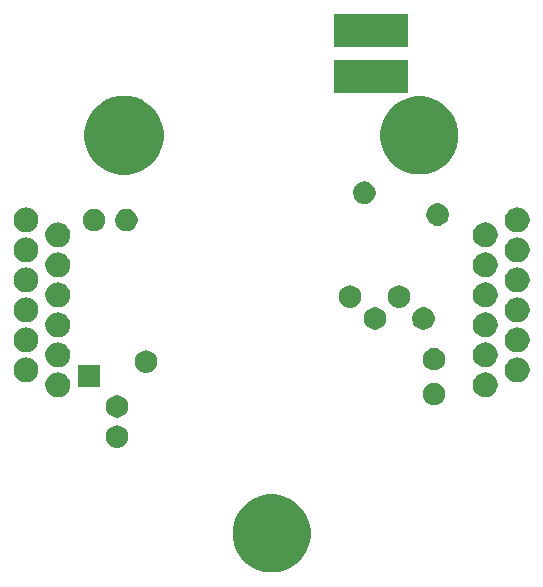
<source format=gbr>
G04 #@! TF.GenerationSoftware,KiCad,Pcbnew,(5.1.0)-1*
G04 #@! TF.CreationDate,2019-06-21T17:50:41-03:00*
G04 #@! TF.ProjectId,PCB_C,5043425f-432e-46b6-9963-61645f706362,rev?*
G04 #@! TF.SameCoordinates,Original*
G04 #@! TF.FileFunction,Soldermask,Bot*
G04 #@! TF.FilePolarity,Negative*
%FSLAX46Y46*%
G04 Gerber Fmt 4.6, Leading zero omitted, Abs format (unit mm)*
G04 Created by KiCad (PCBNEW (5.1.0)-1) date 2019-06-21 17:50:41*
%MOMM*%
%LPD*%
G04 APERTURE LIST*
%ADD10C,0.100000*%
G04 APERTURE END LIST*
D10*
G36*
X10643798Y-26963409D02*
G01*
X10962574Y-27026817D01*
X11563136Y-27275578D01*
X12103627Y-27636723D01*
X12563277Y-28096373D01*
X12924422Y-28636864D01*
X13173183Y-29237426D01*
X13300000Y-29874978D01*
X13300000Y-30525022D01*
X13173183Y-31162574D01*
X12924422Y-31763136D01*
X12563277Y-32303627D01*
X12103627Y-32763277D01*
X11563136Y-33124422D01*
X10962574Y-33373183D01*
X10643798Y-33436591D01*
X10325023Y-33500000D01*
X9674977Y-33500000D01*
X9356202Y-33436591D01*
X9037426Y-33373183D01*
X8436864Y-33124422D01*
X7896373Y-32763277D01*
X7436723Y-32303627D01*
X7075578Y-31763136D01*
X6826817Y-31162574D01*
X6700000Y-30525022D01*
X6700000Y-29874978D01*
X6826817Y-29237426D01*
X7075578Y-28636864D01*
X7436723Y-28096373D01*
X7896373Y-27636723D01*
X8436864Y-27275578D01*
X9037426Y-27026817D01*
X9356202Y-26963409D01*
X9674977Y-26900000D01*
X10325023Y-26900000D01*
X10643798Y-26963409D01*
X10643798Y-26963409D01*
G37*
G36*
X-2914664Y-21068254D02*
G01*
X-2822895Y-21086508D01*
X-2650006Y-21158121D01*
X-2494410Y-21262087D01*
X-2362087Y-21394410D01*
X-2258121Y-21550006D01*
X-2186508Y-21722895D01*
X-2150000Y-21906433D01*
X-2150000Y-22093567D01*
X-2186508Y-22277105D01*
X-2258121Y-22449994D01*
X-2362087Y-22605590D01*
X-2494410Y-22737913D01*
X-2650006Y-22841879D01*
X-2822895Y-22913492D01*
X-2914664Y-22931746D01*
X-3006432Y-22950000D01*
X-3193568Y-22950000D01*
X-3285336Y-22931746D01*
X-3377105Y-22913492D01*
X-3549994Y-22841879D01*
X-3705590Y-22737913D01*
X-3837913Y-22605590D01*
X-3941879Y-22449994D01*
X-4013492Y-22277105D01*
X-4050000Y-22093567D01*
X-4050000Y-21906433D01*
X-4013492Y-21722895D01*
X-3941879Y-21550006D01*
X-3837913Y-21394410D01*
X-3705590Y-21262087D01*
X-3549994Y-21158121D01*
X-3377105Y-21086508D01*
X-3285336Y-21068254D01*
X-3193568Y-21050000D01*
X-3006432Y-21050000D01*
X-2914664Y-21068254D01*
X-2914664Y-21068254D01*
G37*
G36*
X-2914664Y-18518254D02*
G01*
X-2822895Y-18536508D01*
X-2650006Y-18608121D01*
X-2494410Y-18712087D01*
X-2362087Y-18844410D01*
X-2258121Y-19000006D01*
X-2186508Y-19172895D01*
X-2186508Y-19172896D01*
X-2151279Y-19350000D01*
X-2150000Y-19356433D01*
X-2150000Y-19543567D01*
X-2186508Y-19727105D01*
X-2258121Y-19899994D01*
X-2362087Y-20055590D01*
X-2494410Y-20187913D01*
X-2650006Y-20291879D01*
X-2822895Y-20363492D01*
X-2914664Y-20381746D01*
X-3006432Y-20400000D01*
X-3193568Y-20400000D01*
X-3285336Y-20381746D01*
X-3377105Y-20363492D01*
X-3549994Y-20291879D01*
X-3705590Y-20187913D01*
X-3837913Y-20055590D01*
X-3941879Y-19899994D01*
X-4013492Y-19727105D01*
X-4050000Y-19543567D01*
X-4050000Y-19356433D01*
X-4048720Y-19350000D01*
X-4013492Y-19172896D01*
X-4013492Y-19172895D01*
X-3941879Y-19000006D01*
X-3837913Y-18844410D01*
X-3705590Y-18712087D01*
X-3549994Y-18608121D01*
X-3377105Y-18536508D01*
X-3285336Y-18518254D01*
X-3193568Y-18500000D01*
X-3006432Y-18500000D01*
X-2914664Y-18518254D01*
X-2914664Y-18518254D01*
G37*
G36*
X23935336Y-17468254D02*
G01*
X24027105Y-17486508D01*
X24199994Y-17558121D01*
X24355590Y-17662087D01*
X24487913Y-17794410D01*
X24591879Y-17950006D01*
X24661199Y-18117360D01*
X24663492Y-18122896D01*
X24700000Y-18306432D01*
X24700000Y-18493568D01*
X24688676Y-18550498D01*
X24663492Y-18677105D01*
X24591879Y-18849994D01*
X24487913Y-19005590D01*
X24355590Y-19137913D01*
X24199994Y-19241879D01*
X24027105Y-19313492D01*
X23935336Y-19331746D01*
X23843568Y-19350000D01*
X23656432Y-19350000D01*
X23564664Y-19331746D01*
X23472895Y-19313492D01*
X23300006Y-19241879D01*
X23144410Y-19137913D01*
X23012087Y-19005590D01*
X22908121Y-18849994D01*
X22836508Y-18677105D01*
X22811324Y-18550498D01*
X22800000Y-18493568D01*
X22800000Y-18306432D01*
X22836508Y-18122896D01*
X22838801Y-18117360D01*
X22908121Y-17950006D01*
X23012087Y-17794410D01*
X23144410Y-17662087D01*
X23300006Y-17558121D01*
X23472895Y-17486508D01*
X23564664Y-17468254D01*
X23656432Y-17450000D01*
X23843568Y-17450000D01*
X23935336Y-17468254D01*
X23935336Y-17468254D01*
G37*
G36*
X-7971313Y-16575027D02*
G01*
X-7793726Y-16610350D01*
X-7602638Y-16689502D01*
X-7430664Y-16804411D01*
X-7284411Y-16950664D01*
X-7169502Y-17122638D01*
X-7090350Y-17313726D01*
X-7050000Y-17516584D01*
X-7050000Y-17723416D01*
X-7090350Y-17926274D01*
X-7169502Y-18117362D01*
X-7284411Y-18289336D01*
X-7430664Y-18435589D01*
X-7602638Y-18550498D01*
X-7793726Y-18629650D01*
X-7971313Y-18664973D01*
X-7996583Y-18670000D01*
X-8203417Y-18670000D01*
X-8228687Y-18664973D01*
X-8406274Y-18629650D01*
X-8597362Y-18550498D01*
X-8769336Y-18435589D01*
X-8915589Y-18289336D01*
X-9030498Y-18117362D01*
X-9109650Y-17926274D01*
X-9150000Y-17723416D01*
X-9150000Y-17516584D01*
X-9109650Y-17313726D01*
X-9030498Y-17122638D01*
X-8915589Y-16950664D01*
X-8769336Y-16804411D01*
X-8597362Y-16689502D01*
X-8406274Y-16610350D01*
X-8228687Y-16575027D01*
X-8203417Y-16570000D01*
X-7996583Y-16570000D01*
X-7971313Y-16575027D01*
X-7971313Y-16575027D01*
G37*
G36*
X28228687Y-16575027D02*
G01*
X28406274Y-16610350D01*
X28597362Y-16689502D01*
X28769336Y-16804411D01*
X28915589Y-16950664D01*
X29030498Y-17122638D01*
X29109650Y-17313726D01*
X29150000Y-17516584D01*
X29150000Y-17723416D01*
X29109650Y-17926274D01*
X29030498Y-18117362D01*
X28915589Y-18289336D01*
X28769336Y-18435589D01*
X28597362Y-18550498D01*
X28406274Y-18629650D01*
X28228687Y-18664973D01*
X28203417Y-18670000D01*
X27996583Y-18670000D01*
X27971313Y-18664973D01*
X27793726Y-18629650D01*
X27602638Y-18550498D01*
X27430664Y-18435589D01*
X27284411Y-18289336D01*
X27169502Y-18117362D01*
X27090350Y-17926274D01*
X27050000Y-17723416D01*
X27050000Y-17516584D01*
X27090350Y-17313726D01*
X27169502Y-17122638D01*
X27284411Y-16950664D01*
X27430664Y-16804411D01*
X27602638Y-16689502D01*
X27793726Y-16610350D01*
X27971313Y-16575027D01*
X27996583Y-16570000D01*
X28203417Y-16570000D01*
X28228687Y-16575027D01*
X28228687Y-16575027D01*
G37*
G36*
X-4500000Y-17800000D02*
G01*
X-6400000Y-17800000D01*
X-6400000Y-15900000D01*
X-4500000Y-15900000D01*
X-4500000Y-17800000D01*
X-4500000Y-17800000D01*
G37*
G36*
X30928687Y-15305027D02*
G01*
X31106274Y-15340350D01*
X31297362Y-15419502D01*
X31469336Y-15534411D01*
X31615589Y-15680664D01*
X31730498Y-15852638D01*
X31809650Y-16043726D01*
X31850000Y-16246584D01*
X31850000Y-16453416D01*
X31809650Y-16656274D01*
X31730498Y-16847362D01*
X31615589Y-17019336D01*
X31469336Y-17165589D01*
X31297362Y-17280498D01*
X31106274Y-17359650D01*
X30928687Y-17394973D01*
X30903417Y-17400000D01*
X30696583Y-17400000D01*
X30671313Y-17394973D01*
X30493726Y-17359650D01*
X30302638Y-17280498D01*
X30130664Y-17165589D01*
X29984411Y-17019336D01*
X29869502Y-16847362D01*
X29790350Y-16656274D01*
X29750000Y-16453416D01*
X29750000Y-16246584D01*
X29790350Y-16043726D01*
X29869502Y-15852638D01*
X29984411Y-15680664D01*
X30130664Y-15534411D01*
X30302638Y-15419502D01*
X30493726Y-15340350D01*
X30671313Y-15305027D01*
X30696583Y-15300000D01*
X30903417Y-15300000D01*
X30928687Y-15305027D01*
X30928687Y-15305027D01*
G37*
G36*
X-10671313Y-15305027D02*
G01*
X-10493726Y-15340350D01*
X-10302638Y-15419502D01*
X-10130664Y-15534411D01*
X-9984411Y-15680664D01*
X-9869502Y-15852638D01*
X-9790350Y-16043726D01*
X-9750000Y-16246584D01*
X-9750000Y-16453416D01*
X-9790350Y-16656274D01*
X-9869502Y-16847362D01*
X-9984411Y-17019336D01*
X-10130664Y-17165589D01*
X-10302638Y-17280498D01*
X-10493726Y-17359650D01*
X-10671313Y-17394973D01*
X-10696583Y-17400000D01*
X-10903417Y-17400000D01*
X-10928687Y-17394973D01*
X-11106274Y-17359650D01*
X-11297362Y-17280498D01*
X-11469336Y-17165589D01*
X-11615589Y-17019336D01*
X-11730498Y-16847362D01*
X-11809650Y-16656274D01*
X-11850000Y-16453416D01*
X-11850000Y-16246584D01*
X-11809650Y-16043726D01*
X-11730498Y-15852638D01*
X-11615589Y-15680664D01*
X-11469336Y-15534411D01*
X-11297362Y-15419502D01*
X-11106274Y-15340350D01*
X-10928687Y-15305027D01*
X-10903417Y-15300000D01*
X-10696583Y-15300000D01*
X-10671313Y-15305027D01*
X-10671313Y-15305027D01*
G37*
G36*
X-464664Y-14718254D02*
G01*
X-372895Y-14736508D01*
X-200006Y-14808121D01*
X-44410Y-14912087D01*
X87913Y-15044410D01*
X191879Y-15200006D01*
X256673Y-15356433D01*
X263492Y-15372896D01*
X300000Y-15556432D01*
X300000Y-15743568D01*
X281746Y-15835336D01*
X263492Y-15927105D01*
X191879Y-16099994D01*
X87913Y-16255590D01*
X-44410Y-16387913D01*
X-200006Y-16491879D01*
X-372895Y-16563492D01*
X-464664Y-16581746D01*
X-556432Y-16600000D01*
X-743568Y-16600000D01*
X-835336Y-16581746D01*
X-927105Y-16563492D01*
X-1099994Y-16491879D01*
X-1255590Y-16387913D01*
X-1387913Y-16255590D01*
X-1491879Y-16099994D01*
X-1563492Y-15927105D01*
X-1581746Y-15835336D01*
X-1600000Y-15743568D01*
X-1600000Y-15556432D01*
X-1563492Y-15372896D01*
X-1556673Y-15356433D01*
X-1491879Y-15200006D01*
X-1387913Y-15044410D01*
X-1255590Y-14912087D01*
X-1099994Y-14808121D01*
X-927105Y-14736508D01*
X-835336Y-14718254D01*
X-743568Y-14700000D01*
X-556432Y-14700000D01*
X-464664Y-14718254D01*
X-464664Y-14718254D01*
G37*
G36*
X23935336Y-14518254D02*
G01*
X24027105Y-14536508D01*
X24199994Y-14608121D01*
X24355590Y-14712087D01*
X24487913Y-14844410D01*
X24591879Y-15000006D01*
X24663492Y-15172895D01*
X24700000Y-15356433D01*
X24700000Y-15543567D01*
X24663492Y-15727105D01*
X24591879Y-15899994D01*
X24487913Y-16055590D01*
X24355590Y-16187913D01*
X24199994Y-16291879D01*
X24027105Y-16363492D01*
X23935336Y-16381746D01*
X23843568Y-16400000D01*
X23656432Y-16400000D01*
X23564664Y-16381746D01*
X23472895Y-16363492D01*
X23300006Y-16291879D01*
X23144410Y-16187913D01*
X23012087Y-16055590D01*
X22908121Y-15899994D01*
X22836508Y-15727105D01*
X22800000Y-15543567D01*
X22800000Y-15356433D01*
X22836508Y-15172895D01*
X22908121Y-15000006D01*
X23012087Y-14844410D01*
X23144410Y-14712087D01*
X23300006Y-14608121D01*
X23472895Y-14536508D01*
X23564664Y-14518254D01*
X23656432Y-14500000D01*
X23843568Y-14500000D01*
X23935336Y-14518254D01*
X23935336Y-14518254D01*
G37*
G36*
X-7971313Y-14035027D02*
G01*
X-7793726Y-14070350D01*
X-7602638Y-14149502D01*
X-7430664Y-14264411D01*
X-7284411Y-14410664D01*
X-7169502Y-14582638D01*
X-7090350Y-14773726D01*
X-7050000Y-14976584D01*
X-7050000Y-15183416D01*
X-7090350Y-15386274D01*
X-7169502Y-15577362D01*
X-7284411Y-15749336D01*
X-7430664Y-15895589D01*
X-7602638Y-16010498D01*
X-7793726Y-16089650D01*
X-7971313Y-16124973D01*
X-7996583Y-16130000D01*
X-8203417Y-16130000D01*
X-8228687Y-16124973D01*
X-8406274Y-16089650D01*
X-8597362Y-16010498D01*
X-8769336Y-15895589D01*
X-8915589Y-15749336D01*
X-9030498Y-15577362D01*
X-9109650Y-15386274D01*
X-9150000Y-15183416D01*
X-9150000Y-14976584D01*
X-9109650Y-14773726D01*
X-9030498Y-14582638D01*
X-8915589Y-14410664D01*
X-8769336Y-14264411D01*
X-8597362Y-14149502D01*
X-8406274Y-14070350D01*
X-8228687Y-14035027D01*
X-8203417Y-14030000D01*
X-7996583Y-14030000D01*
X-7971313Y-14035027D01*
X-7971313Y-14035027D01*
G37*
G36*
X28228687Y-14035027D02*
G01*
X28406274Y-14070350D01*
X28597362Y-14149502D01*
X28769336Y-14264411D01*
X28915589Y-14410664D01*
X29030498Y-14582638D01*
X29109650Y-14773726D01*
X29150000Y-14976584D01*
X29150000Y-15183416D01*
X29109650Y-15386274D01*
X29030498Y-15577362D01*
X28915589Y-15749336D01*
X28769336Y-15895589D01*
X28597362Y-16010498D01*
X28406274Y-16089650D01*
X28228687Y-16124973D01*
X28203417Y-16130000D01*
X27996583Y-16130000D01*
X27971313Y-16124973D01*
X27793726Y-16089650D01*
X27602638Y-16010498D01*
X27430664Y-15895589D01*
X27284411Y-15749336D01*
X27169502Y-15577362D01*
X27090350Y-15386274D01*
X27050000Y-15183416D01*
X27050000Y-14976584D01*
X27090350Y-14773726D01*
X27169502Y-14582638D01*
X27284411Y-14410664D01*
X27430664Y-14264411D01*
X27602638Y-14149502D01*
X27793726Y-14070350D01*
X27971313Y-14035027D01*
X27996583Y-14030000D01*
X28203417Y-14030000D01*
X28228687Y-14035027D01*
X28228687Y-14035027D01*
G37*
G36*
X30928687Y-12765027D02*
G01*
X31106274Y-12800350D01*
X31297362Y-12879502D01*
X31469336Y-12994411D01*
X31615589Y-13140664D01*
X31730498Y-13312638D01*
X31809650Y-13503726D01*
X31850000Y-13706584D01*
X31850000Y-13913416D01*
X31809650Y-14116274D01*
X31730498Y-14307362D01*
X31615589Y-14479336D01*
X31469336Y-14625589D01*
X31297362Y-14740498D01*
X31106274Y-14819650D01*
X30928687Y-14854973D01*
X30903417Y-14860000D01*
X30696583Y-14860000D01*
X30671313Y-14854973D01*
X30493726Y-14819650D01*
X30302638Y-14740498D01*
X30130664Y-14625589D01*
X29984411Y-14479336D01*
X29869502Y-14307362D01*
X29790350Y-14116274D01*
X29750000Y-13913416D01*
X29750000Y-13706584D01*
X29790350Y-13503726D01*
X29869502Y-13312638D01*
X29984411Y-13140664D01*
X30130664Y-12994411D01*
X30302638Y-12879502D01*
X30493726Y-12800350D01*
X30671313Y-12765027D01*
X30696583Y-12760000D01*
X30903417Y-12760000D01*
X30928687Y-12765027D01*
X30928687Y-12765027D01*
G37*
G36*
X-10671313Y-12765027D02*
G01*
X-10493726Y-12800350D01*
X-10302638Y-12879502D01*
X-10130664Y-12994411D01*
X-9984411Y-13140664D01*
X-9869502Y-13312638D01*
X-9790350Y-13503726D01*
X-9750000Y-13706584D01*
X-9750000Y-13913416D01*
X-9790350Y-14116274D01*
X-9869502Y-14307362D01*
X-9984411Y-14479336D01*
X-10130664Y-14625589D01*
X-10302638Y-14740498D01*
X-10493726Y-14819650D01*
X-10671313Y-14854973D01*
X-10696583Y-14860000D01*
X-10903417Y-14860000D01*
X-10928687Y-14854973D01*
X-11106274Y-14819650D01*
X-11297362Y-14740498D01*
X-11469336Y-14625589D01*
X-11615589Y-14479336D01*
X-11730498Y-14307362D01*
X-11809650Y-14116274D01*
X-11850000Y-13913416D01*
X-11850000Y-13706584D01*
X-11809650Y-13503726D01*
X-11730498Y-13312638D01*
X-11615589Y-13140664D01*
X-11469336Y-12994411D01*
X-11297362Y-12879502D01*
X-11106274Y-12800350D01*
X-10928687Y-12765027D01*
X-10903417Y-12760000D01*
X-10696583Y-12760000D01*
X-10671313Y-12765027D01*
X-10671313Y-12765027D01*
G37*
G36*
X28228687Y-11495027D02*
G01*
X28406274Y-11530350D01*
X28597362Y-11609502D01*
X28769336Y-11724411D01*
X28915589Y-11870664D01*
X29030498Y-12042638D01*
X29109650Y-12233726D01*
X29150000Y-12436584D01*
X29150000Y-12643416D01*
X29109650Y-12846274D01*
X29030498Y-13037362D01*
X28915589Y-13209336D01*
X28769336Y-13355589D01*
X28597362Y-13470498D01*
X28406274Y-13549650D01*
X28228687Y-13584973D01*
X28203417Y-13590000D01*
X27996583Y-13590000D01*
X27971313Y-13584973D01*
X27793726Y-13549650D01*
X27602638Y-13470498D01*
X27430664Y-13355589D01*
X27284411Y-13209336D01*
X27169502Y-13037362D01*
X27090350Y-12846274D01*
X27050000Y-12643416D01*
X27050000Y-12436584D01*
X27090350Y-12233726D01*
X27169502Y-12042638D01*
X27284411Y-11870664D01*
X27430664Y-11724411D01*
X27602638Y-11609502D01*
X27793726Y-11530350D01*
X27971313Y-11495027D01*
X27996583Y-11490000D01*
X28203417Y-11490000D01*
X28228687Y-11495027D01*
X28228687Y-11495027D01*
G37*
G36*
X-7971313Y-11495027D02*
G01*
X-7793726Y-11530350D01*
X-7602638Y-11609502D01*
X-7430664Y-11724411D01*
X-7284411Y-11870664D01*
X-7169502Y-12042638D01*
X-7090350Y-12233726D01*
X-7050000Y-12436584D01*
X-7050000Y-12643416D01*
X-7090350Y-12846274D01*
X-7169502Y-13037362D01*
X-7284411Y-13209336D01*
X-7430664Y-13355589D01*
X-7602638Y-13470498D01*
X-7793726Y-13549650D01*
X-7971313Y-13584973D01*
X-7996583Y-13590000D01*
X-8203417Y-13590000D01*
X-8228687Y-13584973D01*
X-8406274Y-13549650D01*
X-8597362Y-13470498D01*
X-8769336Y-13355589D01*
X-8915589Y-13209336D01*
X-9030498Y-13037362D01*
X-9109650Y-12846274D01*
X-9150000Y-12643416D01*
X-9150000Y-12436584D01*
X-9109650Y-12233726D01*
X-9030498Y-12042638D01*
X-8915589Y-11870664D01*
X-8769336Y-11724411D01*
X-8597362Y-11609502D01*
X-8406274Y-11530350D01*
X-8228687Y-11495027D01*
X-8203417Y-11490000D01*
X-7996583Y-11490000D01*
X-7971313Y-11495027D01*
X-7971313Y-11495027D01*
G37*
G36*
X18911396Y-11063492D02*
G01*
X19027105Y-11086508D01*
X19199994Y-11158121D01*
X19355590Y-11262087D01*
X19487913Y-11394410D01*
X19591879Y-11550006D01*
X19663492Y-11722895D01*
X19700000Y-11906433D01*
X19700000Y-12093567D01*
X19663492Y-12277105D01*
X19591879Y-12449994D01*
X19487913Y-12605590D01*
X19355590Y-12737913D01*
X19199994Y-12841879D01*
X19027105Y-12913492D01*
X18935336Y-12931746D01*
X18843568Y-12950000D01*
X18656432Y-12950000D01*
X18564664Y-12931746D01*
X18472895Y-12913492D01*
X18300006Y-12841879D01*
X18144410Y-12737913D01*
X18012087Y-12605590D01*
X17908121Y-12449994D01*
X17836508Y-12277105D01*
X17800000Y-12093567D01*
X17800000Y-11906433D01*
X17836508Y-11722895D01*
X17908121Y-11550006D01*
X18012087Y-11394410D01*
X18144410Y-11262087D01*
X18300006Y-11158121D01*
X18472895Y-11086508D01*
X18588604Y-11063492D01*
X18656432Y-11050000D01*
X18843568Y-11050000D01*
X18911396Y-11063492D01*
X18911396Y-11063492D01*
G37*
G36*
X23011396Y-11063492D02*
G01*
X23127105Y-11086508D01*
X23299994Y-11158121D01*
X23455590Y-11262087D01*
X23587913Y-11394410D01*
X23691879Y-11550006D01*
X23763492Y-11722895D01*
X23800000Y-11906433D01*
X23800000Y-12093567D01*
X23763492Y-12277105D01*
X23691879Y-12449994D01*
X23587913Y-12605590D01*
X23455590Y-12737913D01*
X23299994Y-12841879D01*
X23127105Y-12913492D01*
X23035336Y-12931746D01*
X22943568Y-12950000D01*
X22756432Y-12950000D01*
X22664664Y-12931746D01*
X22572895Y-12913492D01*
X22400006Y-12841879D01*
X22244410Y-12737913D01*
X22112087Y-12605590D01*
X22008121Y-12449994D01*
X21936508Y-12277105D01*
X21900000Y-12093567D01*
X21900000Y-11906433D01*
X21936508Y-11722895D01*
X22008121Y-11550006D01*
X22112087Y-11394410D01*
X22244410Y-11262087D01*
X22400006Y-11158121D01*
X22572895Y-11086508D01*
X22688604Y-11063492D01*
X22756432Y-11050000D01*
X22943568Y-11050000D01*
X23011396Y-11063492D01*
X23011396Y-11063492D01*
G37*
G36*
X-10671313Y-10225027D02*
G01*
X-10493726Y-10260350D01*
X-10302638Y-10339502D01*
X-10130664Y-10454411D01*
X-9984411Y-10600664D01*
X-9869502Y-10772638D01*
X-9790350Y-10963726D01*
X-9750000Y-11166584D01*
X-9750000Y-11373416D01*
X-9790350Y-11576274D01*
X-9869502Y-11767362D01*
X-9984411Y-11939336D01*
X-10130664Y-12085589D01*
X-10302638Y-12200498D01*
X-10493726Y-12279650D01*
X-10671313Y-12314973D01*
X-10696583Y-12320000D01*
X-10903417Y-12320000D01*
X-10928687Y-12314973D01*
X-11106274Y-12279650D01*
X-11297362Y-12200498D01*
X-11469336Y-12085589D01*
X-11615589Y-11939336D01*
X-11730498Y-11767362D01*
X-11809650Y-11576274D01*
X-11850000Y-11373416D01*
X-11850000Y-11166584D01*
X-11809650Y-10963726D01*
X-11730498Y-10772638D01*
X-11615589Y-10600664D01*
X-11469336Y-10454411D01*
X-11297362Y-10339502D01*
X-11106274Y-10260350D01*
X-10928687Y-10225027D01*
X-10903417Y-10220000D01*
X-10696583Y-10220000D01*
X-10671313Y-10225027D01*
X-10671313Y-10225027D01*
G37*
G36*
X30928687Y-10225027D02*
G01*
X31106274Y-10260350D01*
X31297362Y-10339502D01*
X31469336Y-10454411D01*
X31615589Y-10600664D01*
X31730498Y-10772638D01*
X31809650Y-10963726D01*
X31850000Y-11166584D01*
X31850000Y-11373416D01*
X31809650Y-11576274D01*
X31730498Y-11767362D01*
X31615589Y-11939336D01*
X31469336Y-12085589D01*
X31297362Y-12200498D01*
X31106274Y-12279650D01*
X30928687Y-12314973D01*
X30903417Y-12320000D01*
X30696583Y-12320000D01*
X30671313Y-12314973D01*
X30493726Y-12279650D01*
X30302638Y-12200498D01*
X30130664Y-12085589D01*
X29984411Y-11939336D01*
X29869502Y-11767362D01*
X29790350Y-11576274D01*
X29750000Y-11373416D01*
X29750000Y-11166584D01*
X29790350Y-10963726D01*
X29869502Y-10772638D01*
X29984411Y-10600664D01*
X30130664Y-10454411D01*
X30302638Y-10339502D01*
X30493726Y-10260350D01*
X30671313Y-10225027D01*
X30696583Y-10220000D01*
X30903417Y-10220000D01*
X30928687Y-10225027D01*
X30928687Y-10225027D01*
G37*
G36*
X16835336Y-9218254D02*
G01*
X16927105Y-9236508D01*
X17099994Y-9308121D01*
X17255590Y-9412087D01*
X17387913Y-9544410D01*
X17491879Y-9700006D01*
X17563492Y-9872895D01*
X17563492Y-9872896D01*
X17600000Y-10056432D01*
X17600000Y-10243568D01*
X17587527Y-10306272D01*
X17563492Y-10427105D01*
X17491879Y-10599994D01*
X17387913Y-10755590D01*
X17255590Y-10887913D01*
X17099994Y-10991879D01*
X16927105Y-11063492D01*
X16835336Y-11081746D01*
X16743568Y-11100000D01*
X16556432Y-11100000D01*
X16464664Y-11081746D01*
X16372895Y-11063492D01*
X16200006Y-10991879D01*
X16044410Y-10887913D01*
X15912087Y-10755590D01*
X15808121Y-10599994D01*
X15736508Y-10427105D01*
X15712473Y-10306272D01*
X15700000Y-10243568D01*
X15700000Y-10056432D01*
X15736508Y-9872896D01*
X15736508Y-9872895D01*
X15808121Y-9700006D01*
X15912087Y-9544410D01*
X16044410Y-9412087D01*
X16200006Y-9308121D01*
X16372895Y-9236508D01*
X16464664Y-9218254D01*
X16556432Y-9200000D01*
X16743568Y-9200000D01*
X16835336Y-9218254D01*
X16835336Y-9218254D01*
G37*
G36*
X20985336Y-9218254D02*
G01*
X21077105Y-9236508D01*
X21249994Y-9308121D01*
X21405590Y-9412087D01*
X21537913Y-9544410D01*
X21641879Y-9700006D01*
X21713492Y-9872895D01*
X21713492Y-9872896D01*
X21750000Y-10056432D01*
X21750000Y-10243568D01*
X21737527Y-10306272D01*
X21713492Y-10427105D01*
X21641879Y-10599994D01*
X21537913Y-10755590D01*
X21405590Y-10887913D01*
X21249994Y-10991879D01*
X21077105Y-11063492D01*
X20985336Y-11081746D01*
X20893568Y-11100000D01*
X20706432Y-11100000D01*
X20614664Y-11081746D01*
X20522895Y-11063492D01*
X20350006Y-10991879D01*
X20194410Y-10887913D01*
X20062087Y-10755590D01*
X19958121Y-10599994D01*
X19886508Y-10427105D01*
X19862473Y-10306272D01*
X19850000Y-10243568D01*
X19850000Y-10056432D01*
X19886508Y-9872896D01*
X19886508Y-9872895D01*
X19958121Y-9700006D01*
X20062087Y-9544410D01*
X20194410Y-9412087D01*
X20350006Y-9308121D01*
X20522895Y-9236508D01*
X20614664Y-9218254D01*
X20706432Y-9200000D01*
X20893568Y-9200000D01*
X20985336Y-9218254D01*
X20985336Y-9218254D01*
G37*
G36*
X28228687Y-8955027D02*
G01*
X28406274Y-8990350D01*
X28597362Y-9069502D01*
X28769336Y-9184411D01*
X28915589Y-9330664D01*
X29030498Y-9502638D01*
X29109650Y-9693726D01*
X29150000Y-9896584D01*
X29150000Y-10103416D01*
X29109650Y-10306274D01*
X29030498Y-10497362D01*
X28915589Y-10669336D01*
X28769336Y-10815589D01*
X28597362Y-10930498D01*
X28406274Y-11009650D01*
X28228687Y-11044973D01*
X28203417Y-11050000D01*
X27996583Y-11050000D01*
X27971313Y-11044973D01*
X27793726Y-11009650D01*
X27602638Y-10930498D01*
X27430664Y-10815589D01*
X27284411Y-10669336D01*
X27169502Y-10497362D01*
X27090350Y-10306274D01*
X27050000Y-10103416D01*
X27050000Y-9896584D01*
X27090350Y-9693726D01*
X27169502Y-9502638D01*
X27284411Y-9330664D01*
X27430664Y-9184411D01*
X27602638Y-9069502D01*
X27793726Y-8990350D01*
X27971313Y-8955027D01*
X27996583Y-8950000D01*
X28203417Y-8950000D01*
X28228687Y-8955027D01*
X28228687Y-8955027D01*
G37*
G36*
X-7971313Y-8955027D02*
G01*
X-7793726Y-8990350D01*
X-7602638Y-9069502D01*
X-7430664Y-9184411D01*
X-7284411Y-9330664D01*
X-7169502Y-9502638D01*
X-7090350Y-9693726D01*
X-7050000Y-9896584D01*
X-7050000Y-10103416D01*
X-7090350Y-10306274D01*
X-7169502Y-10497362D01*
X-7284411Y-10669336D01*
X-7430664Y-10815589D01*
X-7602638Y-10930498D01*
X-7793726Y-11009650D01*
X-7971313Y-11044973D01*
X-7996583Y-11050000D01*
X-8203417Y-11050000D01*
X-8228687Y-11044973D01*
X-8406274Y-11009650D01*
X-8597362Y-10930498D01*
X-8769336Y-10815589D01*
X-8915589Y-10669336D01*
X-9030498Y-10497362D01*
X-9109650Y-10306274D01*
X-9150000Y-10103416D01*
X-9150000Y-9896584D01*
X-9109650Y-9693726D01*
X-9030498Y-9502638D01*
X-8915589Y-9330664D01*
X-8769336Y-9184411D01*
X-8597362Y-9069502D01*
X-8406274Y-8990350D01*
X-8228687Y-8955027D01*
X-8203417Y-8950000D01*
X-7996583Y-8950000D01*
X-7971313Y-8955027D01*
X-7971313Y-8955027D01*
G37*
G36*
X30928687Y-7685027D02*
G01*
X31106274Y-7720350D01*
X31297362Y-7799502D01*
X31469336Y-7914411D01*
X31615589Y-8060664D01*
X31730498Y-8232638D01*
X31809650Y-8423726D01*
X31850000Y-8626584D01*
X31850000Y-8833416D01*
X31809650Y-9036274D01*
X31730498Y-9227362D01*
X31615589Y-9399336D01*
X31469336Y-9545589D01*
X31297362Y-9660498D01*
X31106274Y-9739650D01*
X30928687Y-9774973D01*
X30903417Y-9780000D01*
X30696583Y-9780000D01*
X30671313Y-9774973D01*
X30493726Y-9739650D01*
X30302638Y-9660498D01*
X30130664Y-9545589D01*
X29984411Y-9399336D01*
X29869502Y-9227362D01*
X29790350Y-9036274D01*
X29750000Y-8833416D01*
X29750000Y-8626584D01*
X29790350Y-8423726D01*
X29869502Y-8232638D01*
X29984411Y-8060664D01*
X30130664Y-7914411D01*
X30302638Y-7799502D01*
X30493726Y-7720350D01*
X30671313Y-7685027D01*
X30696583Y-7680000D01*
X30903417Y-7680000D01*
X30928687Y-7685027D01*
X30928687Y-7685027D01*
G37*
G36*
X-10671313Y-7685027D02*
G01*
X-10493726Y-7720350D01*
X-10302638Y-7799502D01*
X-10130664Y-7914411D01*
X-9984411Y-8060664D01*
X-9869502Y-8232638D01*
X-9790350Y-8423726D01*
X-9750000Y-8626584D01*
X-9750000Y-8833416D01*
X-9790350Y-9036274D01*
X-9869502Y-9227362D01*
X-9984411Y-9399336D01*
X-10130664Y-9545589D01*
X-10302638Y-9660498D01*
X-10493726Y-9739650D01*
X-10671313Y-9774973D01*
X-10696583Y-9780000D01*
X-10903417Y-9780000D01*
X-10928687Y-9774973D01*
X-11106274Y-9739650D01*
X-11297362Y-9660498D01*
X-11469336Y-9545589D01*
X-11615589Y-9399336D01*
X-11730498Y-9227362D01*
X-11809650Y-9036274D01*
X-11850000Y-8833416D01*
X-11850000Y-8626584D01*
X-11809650Y-8423726D01*
X-11730498Y-8232638D01*
X-11615589Y-8060664D01*
X-11469336Y-7914411D01*
X-11297362Y-7799502D01*
X-11106274Y-7720350D01*
X-10928687Y-7685027D01*
X-10903417Y-7680000D01*
X-10696583Y-7680000D01*
X-10671313Y-7685027D01*
X-10671313Y-7685027D01*
G37*
G36*
X-7971313Y-6415027D02*
G01*
X-7793726Y-6450350D01*
X-7602638Y-6529502D01*
X-7430664Y-6644411D01*
X-7284411Y-6790664D01*
X-7169502Y-6962638D01*
X-7090350Y-7153726D01*
X-7050000Y-7356584D01*
X-7050000Y-7563416D01*
X-7090350Y-7766274D01*
X-7169502Y-7957362D01*
X-7284411Y-8129336D01*
X-7430664Y-8275589D01*
X-7602638Y-8390498D01*
X-7793726Y-8469650D01*
X-7971313Y-8504973D01*
X-7996583Y-8510000D01*
X-8203417Y-8510000D01*
X-8228687Y-8504973D01*
X-8406274Y-8469650D01*
X-8597362Y-8390498D01*
X-8769336Y-8275589D01*
X-8915589Y-8129336D01*
X-9030498Y-7957362D01*
X-9109650Y-7766274D01*
X-9150000Y-7563416D01*
X-9150000Y-7356584D01*
X-9109650Y-7153726D01*
X-9030498Y-6962638D01*
X-8915589Y-6790664D01*
X-8769336Y-6644411D01*
X-8597362Y-6529502D01*
X-8406274Y-6450350D01*
X-8228687Y-6415027D01*
X-8203417Y-6410000D01*
X-7996583Y-6410000D01*
X-7971313Y-6415027D01*
X-7971313Y-6415027D01*
G37*
G36*
X28228687Y-6415027D02*
G01*
X28406274Y-6450350D01*
X28597362Y-6529502D01*
X28769336Y-6644411D01*
X28915589Y-6790664D01*
X29030498Y-6962638D01*
X29109650Y-7153726D01*
X29150000Y-7356584D01*
X29150000Y-7563416D01*
X29109650Y-7766274D01*
X29030498Y-7957362D01*
X28915589Y-8129336D01*
X28769336Y-8275589D01*
X28597362Y-8390498D01*
X28406274Y-8469650D01*
X28228687Y-8504973D01*
X28203417Y-8510000D01*
X27996583Y-8510000D01*
X27971313Y-8504973D01*
X27793726Y-8469650D01*
X27602638Y-8390498D01*
X27430664Y-8275589D01*
X27284411Y-8129336D01*
X27169502Y-7957362D01*
X27090350Y-7766274D01*
X27050000Y-7563416D01*
X27050000Y-7356584D01*
X27090350Y-7153726D01*
X27169502Y-6962638D01*
X27284411Y-6790664D01*
X27430664Y-6644411D01*
X27602638Y-6529502D01*
X27793726Y-6450350D01*
X27971313Y-6415027D01*
X27996583Y-6410000D01*
X28203417Y-6410000D01*
X28228687Y-6415027D01*
X28228687Y-6415027D01*
G37*
G36*
X-10671313Y-5145027D02*
G01*
X-10493726Y-5180350D01*
X-10302638Y-5259502D01*
X-10130664Y-5374411D01*
X-9984411Y-5520664D01*
X-9869502Y-5692638D01*
X-9790350Y-5883726D01*
X-9750000Y-6086584D01*
X-9750000Y-6293416D01*
X-9790350Y-6496274D01*
X-9869502Y-6687362D01*
X-9984411Y-6859336D01*
X-10130664Y-7005589D01*
X-10302638Y-7120498D01*
X-10493726Y-7199650D01*
X-10671313Y-7234973D01*
X-10696583Y-7240000D01*
X-10903417Y-7240000D01*
X-10928687Y-7234973D01*
X-11106274Y-7199650D01*
X-11297362Y-7120498D01*
X-11469336Y-7005589D01*
X-11615589Y-6859336D01*
X-11730498Y-6687362D01*
X-11809650Y-6496274D01*
X-11850000Y-6293416D01*
X-11850000Y-6086584D01*
X-11809650Y-5883726D01*
X-11730498Y-5692638D01*
X-11615589Y-5520664D01*
X-11469336Y-5374411D01*
X-11297362Y-5259502D01*
X-11106274Y-5180350D01*
X-10928687Y-5145027D01*
X-10903417Y-5140000D01*
X-10696583Y-5140000D01*
X-10671313Y-5145027D01*
X-10671313Y-5145027D01*
G37*
G36*
X30928687Y-5145027D02*
G01*
X31106274Y-5180350D01*
X31297362Y-5259502D01*
X31469336Y-5374411D01*
X31615589Y-5520664D01*
X31730498Y-5692638D01*
X31809650Y-5883726D01*
X31850000Y-6086584D01*
X31850000Y-6293416D01*
X31809650Y-6496274D01*
X31730498Y-6687362D01*
X31615589Y-6859336D01*
X31469336Y-7005589D01*
X31297362Y-7120498D01*
X31106274Y-7199650D01*
X30928687Y-7234973D01*
X30903417Y-7240000D01*
X30696583Y-7240000D01*
X30671313Y-7234973D01*
X30493726Y-7199650D01*
X30302638Y-7120498D01*
X30130664Y-7005589D01*
X29984411Y-6859336D01*
X29869502Y-6687362D01*
X29790350Y-6496274D01*
X29750000Y-6293416D01*
X29750000Y-6086584D01*
X29790350Y-5883726D01*
X29869502Y-5692638D01*
X29984411Y-5520664D01*
X30130664Y-5374411D01*
X30302638Y-5259502D01*
X30493726Y-5180350D01*
X30671313Y-5145027D01*
X30696583Y-5140000D01*
X30903417Y-5140000D01*
X30928687Y-5145027D01*
X30928687Y-5145027D01*
G37*
G36*
X-7971313Y-3875027D02*
G01*
X-7793726Y-3910350D01*
X-7602638Y-3989502D01*
X-7430664Y-4104411D01*
X-7284411Y-4250664D01*
X-7169502Y-4422638D01*
X-7090350Y-4613726D01*
X-7050000Y-4816584D01*
X-7050000Y-5023416D01*
X-7090350Y-5226274D01*
X-7169502Y-5417362D01*
X-7284411Y-5589336D01*
X-7430664Y-5735589D01*
X-7602638Y-5850498D01*
X-7793726Y-5929650D01*
X-7971313Y-5964973D01*
X-7996583Y-5970000D01*
X-8203417Y-5970000D01*
X-8228687Y-5964973D01*
X-8406274Y-5929650D01*
X-8597362Y-5850498D01*
X-8769336Y-5735589D01*
X-8915589Y-5589336D01*
X-9030498Y-5417362D01*
X-9109650Y-5226274D01*
X-9150000Y-5023416D01*
X-9150000Y-4816584D01*
X-9109650Y-4613726D01*
X-9030498Y-4422638D01*
X-8915589Y-4250664D01*
X-8769336Y-4104411D01*
X-8597362Y-3989502D01*
X-8406274Y-3910350D01*
X-8228687Y-3875027D01*
X-8203417Y-3870000D01*
X-7996583Y-3870000D01*
X-7971313Y-3875027D01*
X-7971313Y-3875027D01*
G37*
G36*
X28228687Y-3875027D02*
G01*
X28406274Y-3910350D01*
X28597362Y-3989502D01*
X28769336Y-4104411D01*
X28915589Y-4250664D01*
X29030498Y-4422638D01*
X29109650Y-4613726D01*
X29150000Y-4816584D01*
X29150000Y-5023416D01*
X29109650Y-5226274D01*
X29030498Y-5417362D01*
X28915589Y-5589336D01*
X28769336Y-5735589D01*
X28597362Y-5850498D01*
X28406274Y-5929650D01*
X28228687Y-5964973D01*
X28203417Y-5970000D01*
X27996583Y-5970000D01*
X27971313Y-5964973D01*
X27793726Y-5929650D01*
X27602638Y-5850498D01*
X27430664Y-5735589D01*
X27284411Y-5589336D01*
X27169502Y-5417362D01*
X27090350Y-5226274D01*
X27050000Y-5023416D01*
X27050000Y-4816584D01*
X27090350Y-4613726D01*
X27169502Y-4422638D01*
X27284411Y-4250664D01*
X27430664Y-4104411D01*
X27602638Y-3989502D01*
X27793726Y-3910350D01*
X27971313Y-3875027D01*
X27996583Y-3870000D01*
X28203417Y-3870000D01*
X28228687Y-3875027D01*
X28228687Y-3875027D01*
G37*
G36*
X-10671313Y-2605027D02*
G01*
X-10493726Y-2640350D01*
X-10302638Y-2719502D01*
X-10130664Y-2834411D01*
X-9984411Y-2980664D01*
X-9869502Y-3152638D01*
X-9790350Y-3343726D01*
X-9750000Y-3546584D01*
X-9750000Y-3753416D01*
X-9790350Y-3956274D01*
X-9869502Y-4147362D01*
X-9984411Y-4319336D01*
X-10130664Y-4465589D01*
X-10302638Y-4580498D01*
X-10493726Y-4659650D01*
X-10671313Y-4694973D01*
X-10696583Y-4700000D01*
X-10903417Y-4700000D01*
X-10928687Y-4694973D01*
X-11106274Y-4659650D01*
X-11297362Y-4580498D01*
X-11469336Y-4465589D01*
X-11615589Y-4319336D01*
X-11730498Y-4147362D01*
X-11809650Y-3956274D01*
X-11850000Y-3753416D01*
X-11850000Y-3546584D01*
X-11809650Y-3343726D01*
X-11730498Y-3152638D01*
X-11615589Y-2980664D01*
X-11469336Y-2834411D01*
X-11297362Y-2719502D01*
X-11106274Y-2640350D01*
X-10928687Y-2605027D01*
X-10903417Y-2600000D01*
X-10696583Y-2600000D01*
X-10671313Y-2605027D01*
X-10671313Y-2605027D01*
G37*
G36*
X30928687Y-2605027D02*
G01*
X31106274Y-2640350D01*
X31297362Y-2719502D01*
X31469336Y-2834411D01*
X31615589Y-2980664D01*
X31730498Y-3152638D01*
X31809650Y-3343726D01*
X31850000Y-3546584D01*
X31850000Y-3753416D01*
X31809650Y-3956274D01*
X31730498Y-4147362D01*
X31615589Y-4319336D01*
X31469336Y-4465589D01*
X31297362Y-4580498D01*
X31106274Y-4659650D01*
X30928687Y-4694973D01*
X30903417Y-4700000D01*
X30696583Y-4700000D01*
X30671313Y-4694973D01*
X30493726Y-4659650D01*
X30302638Y-4580498D01*
X30130664Y-4465589D01*
X29984411Y-4319336D01*
X29869502Y-4147362D01*
X29790350Y-3956274D01*
X29750000Y-3753416D01*
X29750000Y-3546584D01*
X29790350Y-3343726D01*
X29869502Y-3152638D01*
X29984411Y-2980664D01*
X30130664Y-2834411D01*
X30302638Y-2719502D01*
X30493726Y-2640350D01*
X30671313Y-2605027D01*
X30696583Y-2600000D01*
X30903417Y-2600000D01*
X30928687Y-2605027D01*
X30928687Y-2605027D01*
G37*
G36*
X-2114664Y-2718254D02*
G01*
X-2022895Y-2736508D01*
X-1850006Y-2808121D01*
X-1694410Y-2912087D01*
X-1562087Y-3044410D01*
X-1458121Y-3200006D01*
X-1386508Y-3372895D01*
X-1386508Y-3372896D01*
X-1350000Y-3556432D01*
X-1350000Y-3743568D01*
X-1362417Y-3805990D01*
X-1386508Y-3927105D01*
X-1458121Y-4099994D01*
X-1562087Y-4255590D01*
X-1694410Y-4387913D01*
X-1850006Y-4491879D01*
X-2022895Y-4563492D01*
X-2108390Y-4580498D01*
X-2206432Y-4600000D01*
X-2393568Y-4600000D01*
X-2491610Y-4580498D01*
X-2577105Y-4563492D01*
X-2749994Y-4491879D01*
X-2905590Y-4387913D01*
X-3037913Y-4255590D01*
X-3141879Y-4099994D01*
X-3213492Y-3927105D01*
X-3237583Y-3805990D01*
X-3250000Y-3743568D01*
X-3250000Y-3556432D01*
X-3213492Y-3372896D01*
X-3213492Y-3372895D01*
X-3141879Y-3200006D01*
X-3037913Y-3044410D01*
X-2905590Y-2912087D01*
X-2749994Y-2808121D01*
X-2577105Y-2736508D01*
X-2485336Y-2718254D01*
X-2393568Y-2700000D01*
X-2206432Y-2700000D01*
X-2114664Y-2718254D01*
X-2114664Y-2718254D01*
G37*
G36*
X-4864664Y-2718254D02*
G01*
X-4772895Y-2736508D01*
X-4600006Y-2808121D01*
X-4444410Y-2912087D01*
X-4312087Y-3044410D01*
X-4208121Y-3200006D01*
X-4136508Y-3372895D01*
X-4136508Y-3372896D01*
X-4100000Y-3556432D01*
X-4100000Y-3743568D01*
X-4112417Y-3805990D01*
X-4136508Y-3927105D01*
X-4208121Y-4099994D01*
X-4312087Y-4255590D01*
X-4444410Y-4387913D01*
X-4600006Y-4491879D01*
X-4772895Y-4563492D01*
X-4858390Y-4580498D01*
X-4956432Y-4600000D01*
X-5143568Y-4600000D01*
X-5241610Y-4580498D01*
X-5327105Y-4563492D01*
X-5499994Y-4491879D01*
X-5655590Y-4387913D01*
X-5787913Y-4255590D01*
X-5891879Y-4099994D01*
X-5963492Y-3927105D01*
X-5987583Y-3805990D01*
X-6000000Y-3743568D01*
X-6000000Y-3556432D01*
X-5963492Y-3372896D01*
X-5963492Y-3372895D01*
X-5891879Y-3200006D01*
X-5787913Y-3044410D01*
X-5655590Y-2912087D01*
X-5499994Y-2808121D01*
X-5327105Y-2736508D01*
X-5235336Y-2718254D01*
X-5143568Y-2700000D01*
X-4956432Y-2700000D01*
X-4864664Y-2718254D01*
X-4864664Y-2718254D01*
G37*
G36*
X24213185Y-2263492D02*
G01*
X24330905Y-2286908D01*
X24503794Y-2358521D01*
X24659390Y-2462487D01*
X24791713Y-2594810D01*
X24895679Y-2750406D01*
X24930475Y-2834412D01*
X24967292Y-2923296D01*
X24991384Y-3044411D01*
X25003800Y-3106833D01*
X25003800Y-3293967D01*
X24967292Y-3477505D01*
X24895679Y-3650394D01*
X24791713Y-3805990D01*
X24659390Y-3938313D01*
X24503794Y-4042279D01*
X24330905Y-4113892D01*
X24239136Y-4132146D01*
X24147368Y-4150400D01*
X23960232Y-4150400D01*
X23868464Y-4132146D01*
X23776695Y-4113892D01*
X23603806Y-4042279D01*
X23448210Y-3938313D01*
X23315887Y-3805990D01*
X23211921Y-3650394D01*
X23140308Y-3477505D01*
X23103800Y-3293967D01*
X23103800Y-3106833D01*
X23116217Y-3044411D01*
X23140308Y-2923296D01*
X23177125Y-2834412D01*
X23211921Y-2750406D01*
X23315887Y-2594810D01*
X23448210Y-2462487D01*
X23603806Y-2358521D01*
X23776695Y-2286908D01*
X23894415Y-2263492D01*
X23960232Y-2250400D01*
X24147368Y-2250400D01*
X24213185Y-2263492D01*
X24213185Y-2263492D01*
G37*
G36*
X18035336Y-418254D02*
G01*
X18127105Y-436508D01*
X18299994Y-508121D01*
X18455590Y-612087D01*
X18587913Y-744410D01*
X18691879Y-900006D01*
X18763492Y-1072895D01*
X18800000Y-1256433D01*
X18800000Y-1443567D01*
X18763492Y-1627105D01*
X18691879Y-1799994D01*
X18587913Y-1955590D01*
X18455590Y-2087913D01*
X18299994Y-2191879D01*
X18127105Y-2263492D01*
X18035336Y-2281746D01*
X17943568Y-2300000D01*
X17756432Y-2300000D01*
X17664664Y-2281746D01*
X17572895Y-2263492D01*
X17400006Y-2191879D01*
X17244410Y-2087913D01*
X17112087Y-1955590D01*
X17008121Y-1799994D01*
X16936508Y-1627105D01*
X16900000Y-1443567D01*
X16900000Y-1256433D01*
X16936508Y-1072895D01*
X17008121Y-900006D01*
X17112087Y-744410D01*
X17244410Y-612087D01*
X17400006Y-508121D01*
X17572895Y-436508D01*
X17664664Y-418254D01*
X17756432Y-400000D01*
X17943568Y-400000D01*
X18035336Y-418254D01*
X18035336Y-418254D01*
G37*
G36*
X-1522842Y6721262D02*
G01*
X-913182Y6468732D01*
X-913180Y6468731D01*
X-846867Y6424422D01*
X-364500Y6102115D01*
X102115Y5635500D01*
X468732Y5086818D01*
X721262Y4477158D01*
X850000Y3829948D01*
X850000Y3170052D01*
X721262Y2522842D01*
X478542Y1936866D01*
X468731Y1913180D01*
X102115Y1364500D01*
X-364500Y897885D01*
X-913180Y531269D01*
X-913181Y531268D01*
X-913182Y531268D01*
X-1522842Y278738D01*
X-2170052Y150000D01*
X-2829948Y150000D01*
X-3477158Y278738D01*
X-4086818Y531268D01*
X-4086819Y531268D01*
X-4086820Y531269D01*
X-4635500Y897885D01*
X-5102115Y1364500D01*
X-5468731Y1913180D01*
X-5478542Y1936866D01*
X-5721262Y2522842D01*
X-5850000Y3170052D01*
X-5850000Y3829948D01*
X-5721262Y4477158D01*
X-5468732Y5086818D01*
X-5102115Y5635500D01*
X-4635500Y6102115D01*
X-4153133Y6424422D01*
X-4086820Y6468731D01*
X-4086818Y6468732D01*
X-3477158Y6721262D01*
X-2829948Y6850000D01*
X-2170052Y6850000D01*
X-1522842Y6721262D01*
X-1522842Y6721262D01*
G37*
G36*
X23143798Y6736592D02*
G01*
X23462574Y6673183D01*
X24063136Y6424422D01*
X24603627Y6063277D01*
X25063277Y5603627D01*
X25424422Y5063136D01*
X25673183Y4462574D01*
X25800000Y3825022D01*
X25800000Y3174978D01*
X25673183Y2537426D01*
X25424422Y1936864D01*
X25063277Y1396373D01*
X24603627Y936723D01*
X24063136Y575578D01*
X23462574Y326817D01*
X23143798Y263408D01*
X22825023Y200000D01*
X22174977Y200000D01*
X21856202Y263408D01*
X21537426Y326817D01*
X20936864Y575578D01*
X20396373Y936723D01*
X19936723Y1396373D01*
X19575578Y1936864D01*
X19326817Y2537426D01*
X19200000Y3174978D01*
X19200000Y3825022D01*
X19326817Y4462574D01*
X19575578Y5063136D01*
X19936723Y5603627D01*
X20396373Y6063277D01*
X20936864Y6424422D01*
X21537426Y6673183D01*
X21856202Y6736592D01*
X22174977Y6800000D01*
X22825023Y6800000D01*
X23143798Y6736592D01*
X23143798Y6736592D01*
G37*
G36*
X21510000Y7050000D02*
G01*
X15290000Y7050000D01*
X15290000Y9850000D01*
X21510000Y9850000D01*
X21510000Y7050000D01*
X21510000Y7050000D01*
G37*
G36*
X21510000Y10950000D02*
G01*
X15290000Y10950000D01*
X15290000Y13750000D01*
X21510000Y13750000D01*
X21510000Y10950000D01*
X21510000Y10950000D01*
G37*
M02*

</source>
